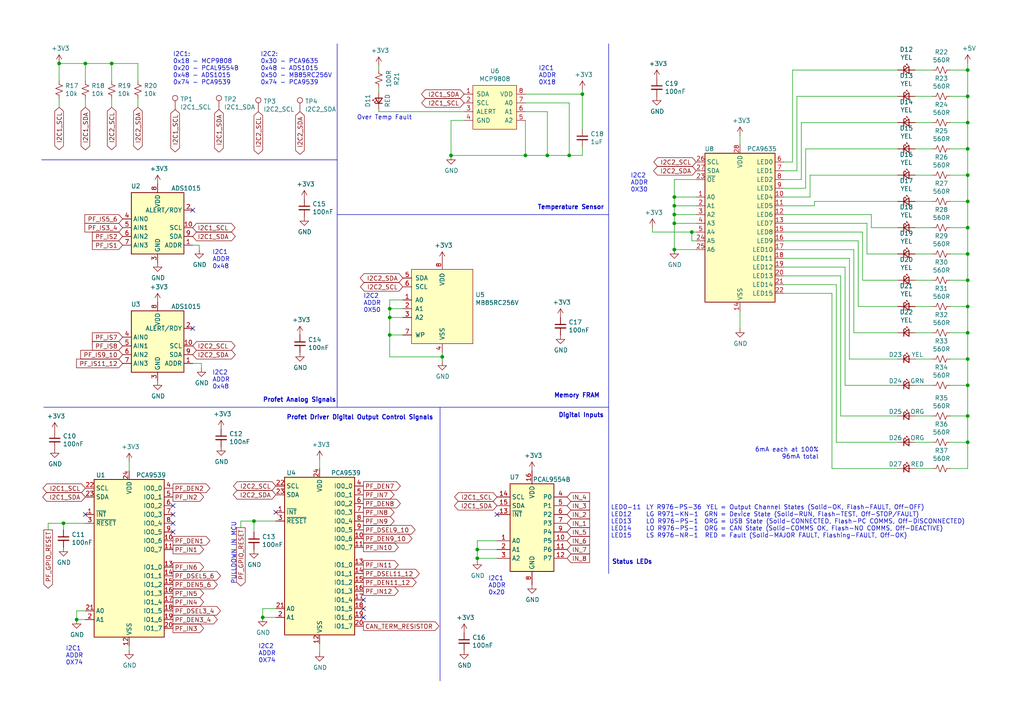
<source format=kicad_sch>
(kicad_sch (version 20230121) (generator eeschema)
  (paper "A4")
  (junction (at 195.58 59.69))
  (junction (at 280.67 128.27))
  (junction (at 200.66 67.31))
  (junction (at 280.67 88.9))
  (junction (at 17.145 18.415))
  (junction (at 195.58 64.77))
  (junction (at 130.81 45.085))
  (junction (at 76.2 179.07))
  (junction (at 280.67 81.28))
  (junction (at 152.4 45.085))
  (junction (at 73.66 151.13))
  (junction (at 168.91 27.305))
  (junction (at 18.415 151.765))
  (junction (at 280.67 96.52))
  (junction (at 280.67 104.14))
  (junction (at 138.43 159.385))
  (junction (at 280.67 27.94))
  (junction (at 113.03 89.535))
  (junction (at 128.27 103.505))
  (junction (at 280.67 50.8))
  (junction (at 113.03 97.155))
  (junction (at 113.03 92.075))
  (junction (at 195.58 72.39))
  (junction (at 165.1 45.085))
  (junction (at 22.225 179.705))
  (junction (at 280.67 43.18))
  (junction (at 280.67 20.32))
  (junction (at 280.67 73.66))
  (junction (at 280.67 35.56))
  (junction (at 24.765 18.415))
  (junction (at 280.67 66.04))
  (junction (at 280.67 111.76))
  (junction (at 280.67 58.42))
  (junction (at 138.43 161.925))
  (junction (at 32.385 18.415))
  (junction (at 280.67 120.65))
  (junction (at 158.75 45.085))
  (junction (at 195.58 62.23))
  (junction (at 195.58 57.15))
  (no_connect (at 55.88 60.96))
  (no_connect (at 55.88 95.25))
  (no_connect (at 105.41 173.99))
  (no_connect (at 24.765 149.225))
  (no_connect (at 50.165 149.225))
  (no_connect (at 80.01 148.59))
  (no_connect (at 50.165 154.305))
  (no_connect (at 105.41 176.53))
  (no_connect (at 50.165 151.765))
  (no_connect (at 50.165 146.685))
  (no_connect (at 105.41 179.07))
  (no_connect (at 144.145 149.225))
  (wire (pts (xy 201.93 67.31) (xy 200.66 67.31)))
  (wire (pts (xy 265.43 73.66) (xy 270.51 73.66)))
  (wire (pts (xy 280.67 18.415) (xy 280.67 20.32)))
  (wire (pts (xy 280.67 88.9) (xy 280.67 81.28)))
  (wire (pts (xy 248.92 69.85) (xy 227.33 69.85)))
  (wire (pts (xy 260.35 128.27) (xy 242.57 128.27)))
  (wire (pts (xy 13.97 151.765) (xy 18.415 151.765)))
  (wire (pts (xy 280.67 104.14) (xy 280.67 96.52)))
  (wire (pts (xy 260.35 81.28) (xy 250.19 81.28)))
  (wire (pts (xy 260.35 88.9) (xy 248.92 88.9)))
  (wire (pts (xy 113.03 103.505) (xy 128.27 103.505)))
  (wire (pts (xy 73.66 151.13) (xy 80.01 151.13)))
  (wire (pts (xy 109.855 19.05) (xy 109.855 20.32)))
  (wire (pts (xy 69.85 151.13) (xy 69.85 153.035)))
  (wire (pts (xy 152.4 29.845) (xy 165.1 29.845)))
  (wire (pts (xy 152.4 32.385) (xy 158.75 32.385)))
  (wire (pts (xy 260.35 27.94) (xy 231.14 27.94)))
  (wire (pts (xy 265.43 58.42) (xy 270.51 58.42)))
  (wire (pts (xy 260.35 58.42) (xy 236.22 58.42)))
  (wire (pts (xy 17.145 28.575) (xy 17.145 31.115)))
  (wire (pts (xy 233.68 43.18) (xy 233.68 54.61)))
  (wire (pts (xy 280.67 135.89) (xy 280.67 128.27)))
  (wire (pts (xy 275.59 73.66) (xy 280.67 73.66)))
  (wire (pts (xy 236.22 59.69) (xy 227.33 59.69)))
  (wire (pts (xy 232.41 52.07) (xy 227.33 52.07)))
  (wire (pts (xy 280.67 35.56) (xy 280.67 27.94)))
  (wire (pts (xy 17.145 23.495) (xy 17.145 18.415)))
  (wire (pts (xy 275.59 120.65) (xy 280.67 120.65)))
  (wire (pts (xy 233.68 54.61) (xy 227.33 54.61)))
  (wire (pts (xy 37.465 188.595) (xy 37.465 187.325)))
  (wire (pts (xy 158.75 45.085) (xy 165.1 45.085)))
  (wire (pts (xy 246.38 104.14) (xy 246.38 74.93)))
  (wire (pts (xy 113.03 92.075) (xy 113.03 97.155)))
  (polyline (pts (xy 127.635 197.485) (xy 127.635 118.11)))
  (wire (pts (xy 138.43 156.845) (xy 138.43 159.385)))
  (wire (pts (xy 168.91 27.305) (xy 168.91 26.035)))
  (polyline (pts (xy 97.79 62.23) (xy 176.53 62.23)))
  (wire (pts (xy 130.81 45.085) (xy 152.4 45.085)))
  (wire (pts (xy 138.43 159.385) (xy 138.43 161.925)))
  (wire (pts (xy 200.66 67.31) (xy 189.23 67.31)))
  (wire (pts (xy 280.67 27.94) (xy 280.67 20.32)))
  (wire (pts (xy 252.73 66.04) (xy 252.73 62.23)))
  (wire (pts (xy 275.59 88.9) (xy 280.67 88.9)))
  (wire (pts (xy 229.87 20.32) (xy 229.87 46.99)))
  (wire (pts (xy 201.93 57.15) (xy 195.58 57.15)))
  (wire (pts (xy 265.43 81.28) (xy 270.51 81.28)))
  (wire (pts (xy 260.35 35.56) (xy 232.41 35.56)))
  (wire (pts (xy 275.59 58.42) (xy 280.67 58.42)))
  (polyline (pts (xy 97.79 12.7) (xy 97.79 118.11)))
  (wire (pts (xy 243.84 120.65) (xy 243.84 80.01)))
  (wire (pts (xy 165.1 29.845) (xy 165.1 45.085)))
  (wire (pts (xy 280.67 50.8) (xy 280.67 43.18)))
  (wire (pts (xy 275.59 50.8) (xy 280.67 50.8)))
  (wire (pts (xy 40.005 28.575) (xy 40.005 31.115)))
  (wire (pts (xy 116.84 92.075) (xy 113.03 92.075)))
  (wire (pts (xy 195.58 52.07) (xy 195.58 57.15)))
  (wire (pts (xy 275.59 128.27) (xy 280.67 128.27)))
  (wire (pts (xy 22.225 177.165) (xy 22.225 179.705)))
  (wire (pts (xy 265.43 50.8) (xy 270.51 50.8)))
  (wire (pts (xy 128.27 102.235) (xy 128.27 103.505)))
  (wire (pts (xy 275.59 43.18) (xy 280.67 43.18)))
  (wire (pts (xy 248.92 88.9) (xy 248.92 69.85)))
  (wire (pts (xy 73.66 154.305) (xy 73.66 151.13)))
  (wire (pts (xy 195.58 59.69) (xy 195.58 62.23)))
  (wire (pts (xy 201.93 64.77) (xy 195.58 64.77)))
  (wire (pts (xy 40.005 18.415) (xy 40.005 23.495)))
  (wire (pts (xy 265.43 135.89) (xy 270.51 135.89)))
  (wire (pts (xy 113.03 97.155) (xy 113.03 103.505)))
  (wire (pts (xy 18.415 153.67) (xy 18.415 151.765)))
  (wire (pts (xy 24.765 18.415) (xy 24.765 23.495)))
  (wire (pts (xy 232.41 35.56) (xy 232.41 52.07)))
  (wire (pts (xy 201.93 59.69) (xy 195.58 59.69)))
  (wire (pts (xy 252.73 62.23) (xy 227.33 62.23)))
  (wire (pts (xy 236.22 58.42) (xy 236.22 59.69)))
  (wire (pts (xy 195.58 62.23) (xy 195.58 64.77)))
  (wire (pts (xy 265.43 27.94) (xy 270.51 27.94)))
  (wire (pts (xy 116.84 97.155) (xy 113.03 97.155)))
  (wire (pts (xy 24.765 18.415) (xy 32.385 18.415)))
  (wire (pts (xy 241.3 135.89) (xy 241.3 85.09)))
  (wire (pts (xy 242.57 82.55) (xy 227.33 82.55)))
  (wire (pts (xy 201.93 52.07) (xy 195.58 52.07)))
  (wire (pts (xy 260.35 20.32) (xy 229.87 20.32)))
  (wire (pts (xy 201.93 69.85) (xy 200.66 69.85)))
  (wire (pts (xy 165.1 45.085) (xy 168.91 45.085)))
  (wire (pts (xy 260.35 73.66) (xy 251.46 73.66)))
  (wire (pts (xy 116.84 86.995) (xy 113.03 86.995)))
  (wire (pts (xy 275.59 96.52) (xy 280.67 96.52)))
  (wire (pts (xy 231.14 27.94) (xy 231.14 49.53)))
  (wire (pts (xy 243.84 80.01) (xy 227.33 80.01)))
  (wire (pts (xy 245.11 77.47) (xy 245.11 111.76)))
  (wire (pts (xy 265.43 43.18) (xy 270.51 43.18)))
  (wire (pts (xy 37.465 133.985) (xy 37.465 136.525)))
  (wire (pts (xy 201.93 72.39) (xy 195.58 72.39)))
  (wire (pts (xy 260.35 135.89) (xy 241.3 135.89)))
  (wire (pts (xy 144.145 156.845) (xy 138.43 156.845)))
  (wire (pts (xy 245.11 77.47) (xy 227.33 77.47)))
  (wire (pts (xy 280.67 128.27) (xy 280.67 120.65)))
  (wire (pts (xy 229.87 46.99) (xy 227.33 46.99)))
  (wire (pts (xy 24.765 179.705) (xy 22.225 179.705)))
  (wire (pts (xy 13.97 153.67) (xy 13.97 151.765)))
  (wire (pts (xy 280.67 58.42) (xy 280.67 50.8)))
  (wire (pts (xy 144.145 161.925) (xy 138.43 161.925)))
  (wire (pts (xy 214.63 90.17) (xy 214.63 95.25)))
  (polyline (pts (xy 176.53 118.11) (xy 12.7 118.11)))
  (wire (pts (xy 152.4 27.305) (xy 168.91 27.305)))
  (wire (pts (xy 55.88 105.41) (xy 58.42 105.41)))
  (wire (pts (xy 247.65 96.52) (xy 247.65 72.39)))
  (wire (pts (xy 55.88 71.12) (xy 57.785 71.12)))
  (wire (pts (xy 251.46 73.66) (xy 251.46 64.77)))
  (wire (pts (xy 152.4 34.925) (xy 152.4 45.085)))
  (wire (pts (xy 231.14 49.53) (xy 227.33 49.53)))
  (wire (pts (xy 168.91 27.305) (xy 168.91 37.465)))
  (wire (pts (xy 109.855 25.4) (xy 109.855 26.67)))
  (wire (pts (xy 109.855 32.385) (xy 109.855 31.75)))
  (wire (pts (xy 234.95 57.15) (xy 227.33 57.15)))
  (wire (pts (xy 280.67 43.18) (xy 280.67 35.56)))
  (wire (pts (xy 275.59 35.56) (xy 280.67 35.56)))
  (wire (pts (xy 280.67 66.04) (xy 280.67 58.42)))
  (wire (pts (xy 265.43 104.14) (xy 270.51 104.14)))
  (wire (pts (xy 275.59 66.04) (xy 280.67 66.04)))
  (wire (pts (xy 214.63 39.37) (xy 214.63 41.91)))
  (wire (pts (xy 251.46 64.77) (xy 227.33 64.77)))
  (wire (pts (xy 265.43 35.56) (xy 270.51 35.56)))
  (wire (pts (xy 80.01 176.53) (xy 76.2 176.53)))
  (wire (pts (xy 265.43 128.27) (xy 270.51 128.27)))
  (wire (pts (xy 241.3 85.09) (xy 227.33 85.09)))
  (wire (pts (xy 250.19 81.28) (xy 250.19 67.31)))
  (wire (pts (xy 260.35 111.76) (xy 245.11 111.76)))
  (wire (pts (xy 265.43 96.52) (xy 270.51 96.52)))
  (wire (pts (xy 113.03 89.535) (xy 113.03 92.075)))
  (wire (pts (xy 92.71 133.35) (xy 92.71 135.89)))
  (wire (pts (xy 250.19 67.31) (xy 227.33 67.31)))
  (wire (pts (xy 189.23 67.31) (xy 189.23 66.04)))
  (wire (pts (xy 265.43 111.76) (xy 270.51 111.76)))
  (wire (pts (xy 76.2 176.53) (xy 76.2 179.07)))
  (wire (pts (xy 116.84 89.535) (xy 113.03 89.535)))
  (wire (pts (xy 195.58 57.15) (xy 195.58 59.69)))
  (polyline (pts (xy 12.065 46.355) (xy 97.79 46.355)))
  (wire (pts (xy 260.35 66.04) (xy 252.73 66.04)))
  (wire (pts (xy 134.62 34.925) (xy 130.81 34.925)))
  (wire (pts (xy 201.93 62.23) (xy 195.58 62.23)))
  (wire (pts (xy 234.95 50.8) (xy 234.95 57.15)))
  (wire (pts (xy 260.35 43.18) (xy 233.68 43.18)))
  (wire (pts (xy 280.67 96.52) (xy 280.67 88.9)))
  (wire (pts (xy 113.03 86.995) (xy 113.03 89.535)))
  (polyline (pts (xy 176.53 12.7) (xy 176.53 166.37)))
  (wire (pts (xy 242.57 128.27) (xy 242.57 82.55)))
  (wire (pts (xy 275.59 111.76) (xy 280.67 111.76)))
  (wire (pts (xy 260.35 50.8) (xy 234.95 50.8)))
  (wire (pts (xy 275.59 135.89) (xy 280.67 135.89)))
  (wire (pts (xy 275.59 81.28) (xy 280.67 81.28)))
  (wire (pts (xy 260.35 96.52) (xy 247.65 96.52)))
  (wire (pts (xy 265.43 120.65) (xy 270.51 120.65)))
  (wire (pts (xy 247.65 72.39) (xy 227.33 72.39)))
  (wire (pts (xy 168.91 45.085) (xy 168.91 42.545)))
  (wire (pts (xy 246.38 74.93) (xy 227.33 74.93)))
  (wire (pts (xy 32.385 18.415) (xy 40.005 18.415)))
  (wire (pts (xy 265.43 88.9) (xy 270.51 88.9)))
  (wire (pts (xy 260.35 104.14) (xy 246.38 104.14)))
  (wire (pts (xy 80.01 179.07) (xy 76.2 179.07)))
  (wire (pts (xy 130.81 34.925) (xy 130.81 45.085)))
  (wire (pts (xy 152.4 45.085) (xy 158.75 45.085)))
  (wire (pts (xy 24.765 28.575) (xy 24.765 31.115)))
  (wire (pts (xy 69.85 151.13) (xy 73.66 151.13)))
  (wire (pts (xy 17.145 18.415) (xy 24.765 18.415)))
  (wire (pts (xy 260.35 120.65) (xy 243.84 120.65)))
  (wire (pts (xy 32.385 23.495) (xy 32.385 18.415)))
  (wire (pts (xy 134.62 32.385) (xy 109.855 32.385)))
  (wire (pts (xy 18.415 151.765) (xy 24.765 151.765)))
  (wire (pts (xy 275.59 104.14) (xy 280.67 104.14)))
  (wire (pts (xy 128.27 103.505) (xy 128.27 104.775)))
  (wire (pts (xy 144.145 159.385) (xy 138.43 159.385)))
  (wire (pts (xy 265.43 66.04) (xy 270.51 66.04)))
  (wire (pts (xy 32.385 28.575) (xy 32.385 31.115)))
  (wire (pts (xy 158.75 32.385) (xy 158.75 45.085)))
  (wire (pts (xy 280.67 81.28) (xy 280.67 73.66)))
  (wire (pts (xy 280.67 111.76) (xy 280.67 104.14)))
  (wire (pts (xy 200.66 69.85) (xy 200.66 67.31)))
  (wire (pts (xy 57.785 71.12) (xy 57.785 72.39)))
  (wire (pts (xy 280.67 120.65) (xy 280.67 111.76)))
  (wire (pts (xy 24.765 177.165) (xy 22.225 177.165)))
  (wire (pts (xy 280.67 73.66) (xy 280.67 66.04)))
  (wire (pts (xy 265.43 20.32) (xy 270.51 20.32)))
  (wire (pts (xy 195.58 64.77) (xy 195.58 72.39)))
  (wire (pts (xy 92.71 189.23) (xy 92.71 186.69)))
  (wire (pts (xy 58.42 105.41) (xy 58.42 106.68)))
  (wire (pts (xy 275.59 27.94) (xy 280.67 27.94)))
  (wire (pts (xy 275.59 20.32) (xy 280.67 20.32)))
  (wire (pts (xy 138.43 161.925) (xy 138.43 162.56)))
  (text "YEL\nGRN\nORG\nORG\nRED" (at 208.28 156.21 0) (effects (font (size 1.27 1.27)) (justify right bottom)))
  (text "I2C1\nADDR\n0X18" (at 156.21 24.765 0) (effects (font (size 1.27 1.27)) (justify left bottom)))
  (text "I2C1\nADDR\n0X74" (at 19.05 193.04 0) (effects (font (size 1.27 1.27)) (justify left bottom)))
  (text "I2C2\nADDR\n0X74" (at 74.93 192.405 0) (effects (font (size 1.27 1.27)) (justify left bottom)))
  (text "I2C2\nADDR\n0X50" (at 105.41 90.805 0) (effects (font (size 1.27 1.27)) (justify left bottom)))
  (text "Profet Driver Digital Output Control Signals" (at 125.73 121.92 0) (effects (font (size 1.27 1.27) (thickness 0.254) bold) (justify right bottom)))
  (text "Over Temp Fault" (at 103.505 34.925 0) (effects (font (size 1.27 1.27)) (justify left bottom)))
  (text "I2C2\nADDR\n0x48" (at 61.595 113.03 0) (effects (font (size 1.27 1.27)) (justify left bottom)))
  (text "Profet Analog Signals" (at 76.2 116.84 0) (effects (font (size 1.27 1.27) (thickness 0.254) bold) (justify left bottom)))
  (text "I2C2:\n0x30 - PCA9635\n0x48 - ADS1015\n0x50 - MB85RC256V\n0x74 - PCA9539\n" (at 75.565 24.765 0) (effects (font (size 1.27 1.27)) (justify left bottom)))
  (text "Temperature Sensor" (at 175.26 60.96 0) (effects (font (size 1.27 1.27) (thickness 0.254) bold) (justify right bottom)))
  (text "LED0-11\nLED12\nLED13\nLED14\nLED15" (at 177.165 156.21 0) (effects (font (size 1.27 1.27)) (justify left bottom)))
  (text "6mA each at 100%\n96mA total" (at 237.49 133.35 0) (effects (font (size 1.27 1.27)) (justify right bottom)))
  (text "I2C1\nADDR\n0x20" (at 141.605 172.72 0) (effects (font (size 1.27 1.27)) (justify left bottom)))
  (text "LY R976-PS-36\nLG R971-KN-1\nLO R976-PS-1\nLO R976-PS-1\nLS R976-NR-1" (at 187.325 156.21 0) (effects (font (size 1.27 1.27)) (justify left bottom)))
  (text "I2C1\nADDR\n0x48" (at 61.595 78.105 0) (effects (font (size 1.27 1.27)) (justify left bottom)))
  (text "I2C2\nADDR\n0X30" (at 182.88 55.88 0) (effects (font (size 1.27 1.27)) (justify left bottom)))
  (text "Digital Inputs" (at 161.925 121.285 0) (effects (font (size 1.27 1.27) (thickness 0.254) bold) (justify left bottom)))
  (text "I2C1:\n0x18 - MCP9808\n0x20 - PCAL9554B\n0x48 - ADS1015\n0x74 - PCA9539\n" (at 50.165 24.765 0) (effects (font (size 1.27 1.27)) (justify left bottom)))
  (text "Status LEDs" (at 189.23 163.83 0) (effects (font (size 1.27 1.27) (thickness 0.254) bold) (justify right bottom)))
  (text "PULLDOWN IN MCU" (at 68.58 169.545 90) (effects (font (size 1.27 1.27)) (justify left bottom)))
  (text "= Output Channel States (Solid-OK, Flash-FAULT, Off-OFF)\n= Device State (Solid-RUN, Flash-TEST, Off-STOP/FAULT)\n= USB State (Solid-CONNECTED, Flash-PC COMMS, Off-DISCONNECTED)\n= CAN State (Solid-COMMS OK, Flash-NO COMMS, Off-DEACTIVE)\n= Fault (Solid-MAJOR FAULT, Flashing-FAULT, Off-OK)" (at 208.915 156.21 0) (effects (font (size 1.27 1.27)) (justify left bottom)))
  (text "Memory FRAM" (at 173.99 115.57 0) (effects (font (size 1.27 1.27) (thickness 0.254) bold) (justify right bottom)))
  (global_label "PF_IN7" (shape output) (at 105.41 143.51 0) (property "Intersheetrefs" "${INTERSHEET_REFS}" (effects hide)))
  (global_label "PF_IS8" (shape input) (at 35.56 100.33 180) (property "Intersheetrefs" "${INTERSHEET_REFS}" (effects hide)))
  (global_label "PF_DEN8" (shape output) (at 105.41 146.05 0) (property "Intersheetrefs" "${INTERSHEET_REFS}" (effects hide)))
  (global_label "PF_IN10" (shape output) (at 105.41 158.75 0) (property "Intersheetrefs" "${INTERSHEET_REFS}" (effects hide)))
  (global_label "I2C2_SCL" (shape bidirectional) (at 116.84 83.185 180) (property "Intersheetrefs" "${INTERSHEET_REFS}" (effects hide)))
  (global_label "I2C1_SCL" (shape bidirectional) (at 55.88 66.04 0) (property "Intersheetrefs" "${INTERSHEET_REFS}" (effects hide)))
  (global_label "I2C2_SDA" (shape bidirectional) (at 116.84 80.645 180) (property "Intersheetrefs" "${INTERSHEET_REFS}" (effects hide)))
  (global_label "CAN_TERM_RESISTOR" (shape output) (at 105.41 181.61 0) (property "Intersheetrefs" "${INTERSHEET_REFS}" (effects hide)))
  (global_label "PF_IN8" (shape output) (at 105.41 148.59 0) (property "Intersheetrefs" "${INTERSHEET_REFS}" (effects hide)))
  (global_label "PF_IS9_10" (shape input) (at 35.56 102.87 180) (property "Intersheetrefs" "${INTERSHEET_REFS}" (effects hide)))
  (global_label "I2C1_SCL" (shape bidirectional) (at 24.765 141.605 180) (property "Intersheetrefs" "${INTERSHEET_REFS}" (effects hide)))
  (global_label "PF_IN3" (shape output) (at 50.165 182.245 0) (property "Intersheetrefs" "${INTERSHEET_REFS}" (effects hide)))
  (global_label "PF_DEN5_6" (shape output) (at 50.165 169.545 0) (property "Intersheetrefs" "${INTERSHEET_REFS}" (effects hide)))
  (global_label "PF_IN5" (shape output) (at 50.165 172.085 0) (property "Intersheetrefs" "${INTERSHEET_REFS}" (effects hide)))
  (global_label "IN_5" (shape input) (at 164.465 154.305 0) (property "Intersheetrefs" "${INTERSHEET_REFS}" (effects hide)))
  (global_label "I2C1_SCL" (shape bidirectional) (at 17.145 31.115 270) (property "Intersheetrefs" "${INTERSHEET_REFS}" (effects hide)))
  (global_label "PF_IN1" (shape output) (at 50.165 159.385 0) (property "Intersheetrefs" "${INTERSHEET_REFS}" (effects hide)))
  (global_label "PF_DEN3_4" (shape output) (at 50.165 179.705 0) (property "Intersheetrefs" "${INTERSHEET_REFS}" (effects hide)))
  (global_label "IN_4" (shape input) (at 164.465 144.145 0) (property "Intersheetrefs" "${INTERSHEET_REFS}" (effects hide)))
  (global_label "IN_2" (shape input) (at 164.465 149.225 0) (property "Intersheetrefs" "${INTERSHEET_REFS}" (effects hide)))
  (global_label "PF_DSEL11_12" (shape output) (at 105.41 166.37 0) (property "Intersheetrefs" "${INTERSHEET_REFS}" (effects hide)))
  (global_label "I2C1_SDA" (shape bidirectional) (at 144.145 146.685 180) (property "Intersheetrefs" "${INTERSHEET_REFS}" (effects hide)))
  (global_label "PF_DEN1" (shape output) (at 50.165 156.845 0) (property "Intersheetrefs" "${INTERSHEET_REFS}" (effects hide)))
  (global_label "PF_DEN7" (shape output) (at 105.41 140.97 0) (property "Intersheetrefs" "${INTERSHEET_REFS}" (effects hide)))
  (global_label "I2C2_SCL" (shape bidirectional) (at 74.93 32.385 270) (property "Intersheetrefs" "${INTERSHEET_REFS}" (effects hide)))
  (global_label "I2C2_SCL" (shape bidirectional) (at 201.93 46.99 180) (property "Intersheetrefs" "${INTERSHEET_REFS}" (effects hide)))
  (global_label "PF_GPIO_RESET" (shape output) (at 69.85 153.035 270) (property "Intersheetrefs" "${INTERSHEET_REFS}" (effects hide)))
  (global_label "PF_IS1" (shape input) (at 35.56 71.12 180) (property "Intersheetrefs" "${INTERSHEET_REFS}" (effects hide)))
  (global_label "IN_6" (shape input) (at 164.465 156.845 0) (property "Intersheetrefs" "${INTERSHEET_REFS}" (effects hide)))
  (global_label "I2C2_SCL" (shape bidirectional) (at 32.385 31.115 270) (property "Intersheetrefs" "${INTERSHEET_REFS}" (effects hide)))
  (global_label "PF_IN4" (shape output) (at 50.165 174.625 0) (property "Intersheetrefs" "${INTERSHEET_REFS}" (effects hide)))
  (global_label "I2C2_SDA" (shape bidirectional) (at 55.88 102.87 0) (property "Intersheetrefs" "${INTERSHEET_REFS}" (effects hide)))
  (global_label "PF_IN6" (shape output) (at 50.165 164.465 0) (property "Intersheetrefs" "${INTERSHEET_REFS}" (effects hide)))
  (global_label "PF_IN9" (shape output) (at 105.41 151.13 0) (property "Intersheetrefs" "${INTERSHEET_REFS}" (effects hide)))
  (global_label "PF_DEN11_12" (shape output) (at 105.41 168.91 0) (property "Intersheetrefs" "${INTERSHEET_REFS}" (effects hide)))
  (global_label "IN_1" (shape input) (at 164.465 151.765 0) (property "Intersheetrefs" "${INTERSHEET_REFS}" (effects hide)))
  (global_label "PF_DSEL9_10" (shape output) (at 105.41 153.67 0) (property "Intersheetrefs" "${INTERSHEET_REFS}" (effects hide)))
  (global_label "I2C2_SCL" (shape bidirectional) (at 55.88 100.33 0) (property "Intersheetrefs" "${INTERSHEET_REFS}" (effects hide)))
  (global_label "PF_IS3_4" (shape input) (at 35.56 66.04 180) (property "Intersheetrefs" "${INTERSHEET_REFS}" (effects hide)))
  (global_label "PF_IS7" (shape input) (at 35.56 97.79 180) (property "Intersheetrefs" "${INTERSHEET_REFS}" (effects hide)))
  (global_label "I2C2_SDA" (shape bidirectional) (at 80.01 143.51 180) (property "Intersheetrefs" "${INTERSHEET_REFS}" (effects hide)))
  (global_label "I2C1_SDA" (shape bidirectional) (at 55.88 68.58 0) (property "Intersheetrefs" "${INTERSHEET_REFS}" (effects hide)))
  (global_label "I2C2_SDA" (shape bidirectional) (at 201.93 49.53 180) (property "Intersheetrefs" "${INTERSHEET_REFS}" (effects hide)))
  (global_label "PF_IS5_6" (shape input) (at 35.56 63.5 180) (property "Intersheetrefs" "${INTERSHEET_REFS}" (effects hide)))
  (global_label "I2C1_SDA" (shape bidirectional) (at 24.765 31.115 270) (property "Intersheetrefs" "${INTERSHEET_REFS}" (effects hide)))
  (global_label "PF_IS11_12" (shape input) (at 35.56 105.41 180) (property "Intersheetrefs" "${INTERSHEET_REFS}" (effects hide)))
  (global_label "I2C1_SDA" (shape bidirectional) (at 24.765 144.145 180) (property "Intersheetrefs" "${INTERSHEET_REFS}" (effects hide)))
  (global_label "IN_3" (shape input) (at 164.465 146.685 0) (property "Intersheetrefs" "${INTERSHEET_REFS}" (effects hide)))
  (global_label "IN_8" (shape input) (at 164.465 161.925 0) (property "Intersheetrefs" "${INTERSHEET_REFS}" (effects hide)))
  (global_label "I2C2_SDA" (shape bidirectional) (at 86.995 32.385 270) (property "Intersheetrefs" "${INTERSHEET_REFS}" (effects hide)))
  (global_label "I2C1_SCL" (shape bidirectional) (at 144.145 144.145 180) (property "Intersheetrefs" "${INTERSHEET_REFS}" (effects hide)))
  (global_label "PF_IN2" (shape output) (at 50.165 144.145 0) (property "Intersheetrefs" "${INTERSHEET_REFS}" (effects hide)))
  (global_label "I2C1_SCL" (shape bidirectional) (at 134.62 29.845 180) (property "Intersheetrefs" "${INTERSHEET_REFS}" (effects hide)))
  (global_label "I2C1_SDA" (shape bidirectional) (at 134.62 27.305 180) (property "Intersheetrefs" "${INTERSHEET_REFS}" (effects hide)))
  (global_label "I2C1_SDA" (shape bidirectional) (at 63.5 31.75 270) (property "Intersheetrefs" "${INTERSHEET_REFS}" (effects hide)))
  (global_label "PF_DEN2" (shape output) (at 50.165 141.605 0) (property "Intersheetrefs" "${INTERSHEET_REFS}" (effects hide)))
  (global_label "IN_7" (shape input) (at 164.465 159.385 0) (property "Intersheetrefs" "${INTERSHEET_REFS}" (effects hide)))
  (global_label "PF_GPIO_RESET" (shape output) (at 13.97 153.67 270) (property "Intersheetrefs" "${INTERSHEET_REFS}" (effects hide)))
  (global_label "PF_DSEL5_6" (shape output) (at 50.165 167.005 0) (property "Intersheetrefs" "${INTERSHEET_REFS}" (effects hide)))
  (global_label "I2C2_SCL" (shape bidirectional) (at 80.01 140.97 180) (property "Intersheetrefs" "${INTERSHEET_REFS}" (effects hide)))
  (global_label "PF_IN12" (shape output) (at 105.41 171.45 0) (property "Intersheetrefs" "${INTERSHEET_REFS}" (effects hide)))
  (global_label "PF_IS2" (shape input) (at 35.56 68.58 180) (property "Intersheetrefs" "${INTERSHEET_REFS}" (effects hide)))
  (global_label "I2C1_SCL" (shape bidirectional) (at 50.8 31.75 270) (property "Intersheetrefs" "${INTERSHEET_REFS}" (effects hide)))
  (global_label "PF_IN11" (shape output) (at 105.41 163.83 0) (property "Intersheetrefs" "${INTERSHEET_REFS}" (effects hide)))
  (global_label "PF_DEN9_10" (shape output) (at 105.41 156.21 0) (property "Intersheetrefs" "${INTERSHEET_REFS}" (effects hide)))
  (global_label "I2C2_SDA" (shape bidirectional) (at 40.005 31.115 270) (property "Intersheetrefs" "${INTERSHEET_REFS}" (effects hide)))
  (global_label "PF_DSEL3_4" (shape output) (at 50.165 177.165 0) (property "Intersheetrefs" "${INTERSHEET_REFS}" (effects hide)))
  (symbol (lib_id "power:+3V3") (at 37.465 133.985 0) (unit 1)
    (property "Reference" "#PWR046" (effects hide))
    (property "Value" "+3V3" (at 37.846 129.5908 0))
  )
  (symbol (lib_id "power:+3V3") (at 92.71 133.35 0) (unit 1)
    (property "Reference" "#PWR062" (effects hide))
    (property "Value" "+3V3" (at 93.091 128.9558 0))
  )
  (symbol (lib_id "power:GND") (at 37.465 188.595 0) (unit 1)
    (property "Reference" "#PWR047" (effects hide))
    (property "Value" "GND" (at 37.592 192.9892 0))
  )
  (symbol (lib_id "power:GND") (at 92.71 189.23 0) (unit 1)
    (property "Reference" "#PWR063" (effects hide))
    (property "Value" "GND" (at 92.837 193.6242 0))
  )
  (symbol (lib_id "power:GND") (at 22.225 179.705 0) (unit 1)
    (property "Reference" "#PWR045" (effects hide))
    (property "Value" "GND" (at 22.352 184.0992 0))
  )
  (symbol (lib_id "power:GND") (at 76.2 179.07 0) (unit 1)
    (property "Reference" "#PWR057" (effects hide))
    (property "Value" "GND" (at 76.327 183.4642 0))
  )
  (symbol (lib_id "power:+3V3") (at 214.63 39.37 0) (unit 1)
    (property "Reference" "#PWR080" (effects hide))
    (property "Value" "+3V3" (at 215.011 34.9758 0))
  )
  (symbol (lib_id "power:GND") (at 214.63 95.25 0) (unit 1)
    (property "Reference" "#PWR081" (effects hide))
    (property "Value" "GND" (at 214.757 99.6442 0))
  )
  (symbol (lib_id "power:GND") (at 195.58 72.39 0) (unit 1)
    (property "Reference" "#PWR079" (effects hide))
    (property "Value" "GND" (at 195.707 76.7842 0))
  )
  (symbol (lib_id "power:+3V3") (at 189.23 66.04 0) (unit 1)
    (property "Reference" "#PWR076" (effects hide))
    (property "Value" "+3V3" (at 189.611 61.6458 0))
  )
  (symbol (lib_id "Device:R_Small_US") (at 17.145 26.035 0) (unit 1)
    (property "Reference" "R17" (at 18.8722 24.8666 0) (effects (justify left)))
    (property "Value" "10k" (at 18.8722 27.178 0) (effects (justify left)))
    (property "Footprint" "Resistor_SMD:R_0805_2012Metric" (effects hide))
    (property "Digi-Key_PN" "311-10.0KCRDKR-ND" (effects hide))
  )
  (symbol (lib_id "Device:R_Small_US") (at 24.765 26.035 0) (unit 1)
    (property "Reference" "R18" (at 26.4922 24.8666 0) (effects (justify left)))
    (property "Value" "10k" (at 26.4922 27.178 0) (effects (justify left)))
    (property "Footprint" "Resistor_SMD:R_0805_2012Metric" (effects hide))
    (property "Digi-Key_PN" "311-10.0KCRDKR-ND" (effects hide))
  )
  (symbol (lib_id "power:+3V3") (at 17.145 18.415 0) (unit 1)
    (property "Reference" "#PWR043" (effects hide))
    (property "Value" "+3V3" (at 17.526 14.0208 0))
  )
  (symbol (lib_id "Memory_FRAM:MB85RC256V") (at 128.27 89.535 0) (unit 1)
    (property "Reference" "U5" (at 137.8712 85.4964 0) (effects (justify left)))
    (property "Value" "MB85RC256V" (at 137.8712 87.8078 0) (effects (justify left)))
    (property "Footprint" "Package_SO:SOIC-8_3.9x4.9mm_P1.27mm" (effects hide))
    (property "Digi-Key_PN" "865-1261-1-ND" (effects hide))
  )
  (symbol (lib_id "power:+3V3") (at 128.27 75.565 0) (unit 1)
    (property "Reference" "#PWR065" (effects hide))
    (property "Value" "+3V3" (at 128.651 71.1708 0))
  )
  (symbol (lib_id "power:GND") (at 128.27 104.775 0) (unit 1)
    (property "Reference" "#PWR066" (effects hide))
    (property "Value" "GND" (at 128.397 109.1692 0))
  )
  (symbol (lib_id "Device:LED_Small") (at 262.89 20.32 0) (unit 1)
    (property "Reference" "D12" (at 262.89 14.351 0))
    (property "Value" "YEL" (at 262.89 16.6624 0))
    (property "Footprint" "LED_SMD:LED_0805_2012Metric" (effects hide))
    (property "Digi-Key_PN" "475-2560-1-ND" (effects hide))
  )
  (symbol (lib_id "Device:LED_Small") (at 262.89 27.94 0) (unit 1)
    (property "Reference" "D13" (at 262.89 21.971 0))
    (property "Value" "YEL" (at 262.89 24.2824 0))
    (property "Footprint" "LED_SMD:LED_0805_2012Metric" (effects hide))
    (property "Digi-Key_PN" "475-2560-1-ND" (effects hide))
  )
  (symbol (lib_id "Device:LED_Small") (at 262.89 35.56 0) (unit 1)
    (property "Reference" "D14" (at 262.89 29.591 0))
    (property "Value" "YEL" (at 262.89 31.9024 0))
    (property "Footprint" "LED_SMD:LED_0805_2012Metric" (effects hide))
    (property "Digi-Key_PN" "475-2560-1-ND" (effects hide))
  )
  (symbol (lib_id "Device:LED_Small") (at 262.89 43.18 0) (unit 1)
    (property "Reference" "D15" (at 262.89 37.211 0))
    (property "Value" "YEL" (at 262.89 39.5224 0))
    (property "Footprint" "LED_SMD:LED_0805_2012Metric" (effects hide))
    (property "Digi-Key_PN" "475-2560-1-ND" (effects hide))
  )
  (symbol (lib_id "Device:LED_Small") (at 262.89 50.8 0) (unit 1)
    (property "Reference" "D16" (at 262.89 44.831 0))
    (property "Value" "YEL" (at 262.89 47.1424 0))
    (property "Footprint" "LED_SMD:LED_0805_2012Metric" (effects hide))
    (property "Digi-Key_PN" "475-2560-1-ND" (effects hide))
  )
  (symbol (lib_id "Device:LED_Small") (at 262.89 58.42 0) (unit 1)
    (property "Reference" "D17" (at 262.89 52.451 0))
    (property "Value" "YEL" (at 262.89 54.7624 0))
    (property "Footprint" "LED_SMD:LED_0805_2012Metric" (effects hide))
    (property "Digi-Key_PN" "475-2560-1-ND" (effects hide))
  )
  (symbol (lib_id "Device:LED_Small") (at 262.89 66.04 0) (unit 1)
    (property "Reference" "D18" (at 262.89 60.071 0))
    (property "Value" "YEL" (at 262.89 62.3824 0))
    (property "Footprint" "LED_SMD:LED_0805_2012Metric" (effects hide))
    (property "Digi-Key_PN" "475-2560-1-ND" (effects hide))
  )
  (symbol (lib_id "Device:LED_Small") (at 262.89 73.66 0) (unit 1)
    (property "Reference" "D19" (at 262.89 67.691 0))
    (property "Value" "YEL" (at 262.89 70.0024 0))
    (property "Footprint" "LED_SMD:LED_0805_2012Metric" (effects hide))
    (property "Digi-Key_PN" "475-2560-1-ND" (effects hide))
  )
  (symbol (lib_id "Device:LED_Small") (at 262.89 81.28 0) (unit 1)
    (property "Reference" "D20" (at 262.89 75.311 0))
    (property "Value" "YEL" (at 262.89 77.6224 0))
    (property "Footprint" "LED_SMD:LED_0805_2012Metric" (effects hide))
    (property "Digi-Key_PN" "475-2560-1-ND" (effects hide))
  )
  (symbol (lib_id "Device:LED_Small") (at 262.89 88.9 0) (unit 1)
    (property "Reference" "D21" (at 262.89 82.931 0))
    (property "Value" "YEL" (at 262.89 85.2424 0))
    (property "Footprint" "LED_SMD:LED_0805_2012Metric" (effects hide))
    (property "Digi-Key_PN" "475-2560-1-ND" (effects hide))
  )
  (symbol (lib_id "Device:LED_Small") (at 262.89 96.52 0) (unit 1)
    (property "Reference" "D22" (at 262.89 90.551 0))
    (property "Value" "YEL" (at 262.89 92.8624 0))
    (property "Footprint" "LED_SMD:LED_0805_2012Metric" (effects hide))
    (property "Digi-Key_PN" "475-2560-1-ND" (effects hide))
  )
  (symbol (lib_id "Device:LED_Small") (at 262.89 104.14 0) (unit 1)
    (property "Reference" "D23" (at 259.715 102.87 0))
    (property "Value" "YEL" (at 266.065 102.87 0))
    (property "Footprint" "LED_SMD:LED_0805_2012Metric" (effects hide))
    (property "Digi-Key_PN" "475-2560-1-ND" (effects hide))
  )
  (symbol (lib_id "Device:LED_Small") (at 262.89 111.76 0) (unit 1)
    (property "Reference" "D24" (at 259.715 110.49 0))
    (property "Value" "GRN" (at 266.065 110.49 0))
    (property "Footprint" "LED_SMD:LED_0805_2012Metric" (effects hide))
    (property "Digi-Key_PN" "475-1410-1-ND" (effects hide))
  )
  (symbol (lib_id "Device:LED_Small") (at 262.89 120.65 0) (unit 1)
    (property "Reference" "D25" (at 259.715 119.38 0))
    (property "Value" "ORG" (at 266.065 119.38 0))
    (property "Footprint" "LED_SMD:LED_0805_2012Metric" (effects hide))
    (property "Digi-Key_PN" "475-2488-1-ND" (effects hide))
  )
  (symbol (lib_id "Device:LED_Small") (at 262.89 128.27 0) (unit 1)
    (property "Reference" "D26" (at 259.715 127 0))
    (property "Value" "ORG" (at 266.065 127 0))
    (property "Footprint" "LED_SMD:LED_0805_2012Metric" (effects hide))
    (property "Digi-Key_PN" "475-2488-1-ND" (effects hide))
  )
  (symbol (lib_id "Device:LED_Small") (at 262.89 135.89 0) (unit 1)
    (property "Reference" "D27" (at 259.715 134.62 0))
    (property "Value" "RED" (at 266.065 134.62 0))
    (property "Footprint" "LED_SMD:LED_0805_2012Metric" (effects hide))
    (property "Digi-Key_PN" "475-1278-1-ND" (effects hide))
  )
  (symbol (lib_id "Device:R_Small_US") (at 273.05 20.32 270) (unit 1)
    (property "Reference" "R22" (at 273.05 15.113 90))
    (property "Value" "560R" (at 273.05 17.4244 90))
    (property "Footprint" "Resistor_SMD:R_0805_2012Metric" (effects hide))
    (property "Digi-Key_PN" "311-560ARCT-ND" (effects hide))
  )
  (symbol (lib_id "Device:R_Small_US") (at 273.05 27.94 270) (unit 1)
    (property "Reference" "R23" (at 273.05 22.733 90))
    (property "Value" "560R" (at 273.05 25.0444 90))
    (property "Footprint" "Resistor_SMD:R_0805_2012Metric" (effects hide))
    (property "Digi-Key_PN" "311-560ARCT-ND" (effects hide))
  )
  (symbol (lib_id "Device:R_Small_US") (at 273.05 35.56 270) (unit 1)
    (property "Reference" "R24" (at 273.05 30.353 90))
    (property "Value" "560R" (at 273.05 32.6644 90))
    (property "Footprint" "Resistor_SMD:R_0805_2012Metric" (effects hide))
    (property "Digi-Key_PN" "311-560ARCT-ND" (effects hide))
  )
  (symbol (lib_id "Device:R_Small_US") (at 273.05 43.18 270) (unit 1)
    (property "Reference" "R25" (at 273.05 37.973 90))
    (property "Value" "560R" (at 273.05 40.2844 90))
    (property "Footprint" "Resistor_SMD:R_0805_2012Metric" (effects hide))
    (property "Digi-Key_PN" "311-560ARCT-ND" (effects hide))
  )
  (symbol (lib_id "Device:R_Small_US") (at 273.05 50.8 270) (unit 1)
    (property "Reference" "R26" (at 273.05 45.593 90))
    (property "Value" "560R" (at 273.05 47.9044 90))
    (property "Footprint" "Resistor_SMD:R_0805_2012Metric" (effects hide))
    (property "Digi-Key_PN" "311-560ARCT-ND" (effects hide))
  )
  (symbol (lib_id "Device:R_Small_US") (at 273.05 58.42 270) (unit 1)
    (property "Reference" "R27" (at 273.05 53.213 90))
    (property "Value" "560R" (at 273.05 55.5244 90))
    (property "Footprint" "Resistor_SMD:R_0805_2012Metric" (effects hide))
    (property "Digi-Key_PN" "311-560ARCT-ND" (effects hide))
  )
  (symbol (lib_id "Device:R_Small_US") (at 273.05 66.04 270) (unit 1)
    (property "Reference" "R28" (at 273.05 60.833 90))
    (property "Value" "560R" (at 273.05 63.1444 90))
    (property "Footprint" "Resistor_SMD:R_0805_2012Metric" (effects hide))
    (property "Digi-Key_PN" "311-560ARCT-ND" (effects hide))
  )
  (symbol (lib_id "Device:R_Small_US") (at 273.05 73.66 270) (unit 1)
    (property "Reference" "R29" (at 273.05 68.453 90))
    (property "Value" "560R" (at 273.05 70.7644 90))
    (property "Footprint" "Resistor_SMD:R_0805_2012Metric" (effects hide))
    (property "Digi-Key_PN" "311-560ARCT-ND" (effects hide))
  )
  (symbol (lib_id "Device:R_Small_US") (at 273.05 81.28 270) (unit 1)
    (property "Reference" "R30" (at 273.05 76.073 90))
    (property "Value" "560R" (at 273.05 78.3844 90))
    (property "Footprint" "Resistor_SMD:R_0805_2012Metric" (effects hide))
    (property "Digi-Key_PN" "311-560ARCT-ND" (effects hide))
  )
  (symbol (lib_id "Device:R_Small_US") (at 273.05 88.9 270) (unit 1)
    (property "Reference" "R31" (at 273.05 83.693 90))
    (property "Value" "560R" (at 273.05 86.0044 90))
    (property "Footprint" "Resistor_SMD:R_0805_2012Metric" (effects hide))
    (property "Digi-Key_PN" "311-560ARCT-ND" (effects hide))
  )
  (symbol (lib_id "Device:R_Small_US") (at 273.05 96.52 270) (unit 1)
    (property "Reference" "R32" (at 273.05 91.313 90))
    (property "Value" "560R" (at 273.05 93.6244 90))
    (property "Footprint" "Resistor_SMD:R_0805_2012Metric" (effects hide))
    (property "Digi-Key_PN" "311-560ARCT-ND" (effects hide))
  )
  (symbol (lib_id "Device:R_Small_US") (at 273.05 104.14 270) (unit 1)
    (property "Reference" "R33" (at 273.05 98.933 90))
    (property "Value" "560R" (at 273.05 101.2444 90))
    (property "Footprint" "Resistor_SMD:R_0805_2012Metric" (effects hide))
    (property "Digi-Key_PN" "311-560ARCT-ND" (effects hide))
  )
  (symbol (lib_id "Device:R_Small_US") (at 273.05 111.76 270) (unit 1)
    (property "Reference" "R34" (at 273.05 106.553 90))
    (property "Value" "560R" (at 273.05 108.8644 90))
    (property "Footprint" "Resistor_SMD:R_0805_2012Metric" (effects hide))
    (property "Digi-Key_PN" "311-560ARCT-ND" (effects hide))
  )
  (symbol (lib_id "Device:R_Small_US") (at 273.05 120.65 270) (unit 1)
    (property "Reference" "R35" (at 273.05 115.443 90))
    (property "Value" "560R" (at 273.05 117.7544 90))
    (property "Footprint" "Resistor_SMD:R_0805_2012Metric" (effects hide))
    (property "Digi-Key_PN" "311-560ARCT-ND" (effects hide))
  )
  (symbol (lib_id "Device:R_Small_US") (at 273.05 128.27 270) (unit 1)
    (property "Reference" "R36" (at 273.05 123.063 90))
    (property "Value" "560R" (at 273.05 125.3744 90))
    (property "Footprint" "Resistor_SMD:R_0805_2012Metric" (effects hide))
    (property "Digi-Key_PN" "311-560ARCT-ND" (effects hide))
  )
  (symbol (lib_id "Device:R_Small_US") (at 273.05 135.89 270) (unit 1)
    (property "Reference" "R37" (at 273.05 130.683 90))
    (property "Value" "560R" (at 273.05 132.9944 90))
    (property "Footprint" "Resistor_SMD:R_0805_2012Metric" (effects hide))
    (property "Digi-Key_PN" "311-560ARCT-ND" (effects hide))
  )
  (symbol (lib_id "Device:R_Small_US") (at 32.385 26.035 0) (unit 1)
    (property "Reference" "R19" (at 34.1122 24.8666 0) (effects (justify left)))
    (property "Value" "10k" (at 34.1122 27.178 0) (effects (justify left)))
    (property "Footprint" "Resistor_SMD:R_0805_2012Metric" (effects hide))
    (property "Digi-Key_PN" "311-10.0KCRDKR-ND" (effects hide))
  )
  (symbol (lib_id "Device:R_Small_US") (at 40.005 26.035 0) (unit 1)
    (property "Reference" "R20" (at 41.7322 24.8666 0) (effects (justify left)))
    (property "Value" "10k" (at 41.7322 27.178 0) (effects (justify left)))
    (property "Footprint" "Resistor_SMD:R_0805_2012Metric" (effects hide))
    (property "Digi-Key_PN" "311-10.0KCRDKR-ND" (effects hide))
  )
  (symbol (lib_id "Temp_Sensors:MCP9808") (at 143.51 31.115 0) (unit 1)
    (property "Reference" "U6" (at 143.51 20.574 0))
    (property "Value" "MCP9808" (at 143.51 22.8854 0))
    (property "Footprint" "Package_SO:MSOP-8_3x3mm_P0.65mm" (effects hide))
    (property "Digi-Key_PN" "MCP9808T-E/MSCT-ND" (effects hide))
  )
  (symbol (lib_id "power:GND") (at 130.81 45.085 0) (unit 1)
    (property "Reference" "#PWR067" (effects hide))
    (property "Value" "GND" (at 130.937 49.4792 0))
  )
  (symbol (lib_id "power:+3V3") (at 168.91 26.035 0) (unit 1)
    (property "Reference" "#PWR075" (effects hide))
    (property "Value" "+3V3" (at 169.291 21.6408 0))
  )
  (symbol (lib_id "Driver_LED:PCA9635") (at 214.63 67.31 0) (unit 1)
    (property "Reference" "U8" (at 205.74 43.18 0))
    (property "Value" "PCA9635" (at 220.98 43.18 0))
    (property "Footprint" "Package_SO:TSSOP-28_4.4x9.7mm_P0.65mm" (effects hide))
    (property "Digi-Key_PN" "568-4067-1-ND" (effects hide))
  )
  (symbol (lib_id "Device:C_Small") (at 168.91 40.005 0) (unit 1)
    (property "Reference" "C18" (at 171.2468 38.8366 0) (effects (justify left)))
    (property "Value" "1uF" (at 171.2468 41.148 0) (effects (justify left)))
    (property "Footprint" "Capacitor_SMD:C_0805_2012Metric" (effects hide))
    (property "Digi-Key_PN" "311-1365-1-ND" (effects hide))
  )
  (symbol (lib_id "Device:C_Small") (at 162.56 94.615 0) (unit 1)
    (property "Reference" "C17" (at 164.8968 93.4466 0) (effects (justify left)))
    (property "Value" "100nF" (at 164.8968 95.758 0) (effects (justify left)))
    (property "Footprint" "Capacitor_SMD:C_0805_2012Metric" (effects hide))
    (property "Digi-Key_PN" "478-1395-1-ND" (effects hide))
  )
  (symbol (lib_id "power:+3V3") (at 162.56 92.075 0) (unit 1)
    (property "Reference" "#PWR073" (effects hide))
    (property "Value" "+3V3" (at 162.941 87.6808 0))
  )
  (symbol (lib_id "power:GND") (at 162.56 97.155 0) (unit 1)
    (property "Reference" "#PWR074" (effects hide))
    (property "Value" "GND" (at 162.687 101.5492 0))
  )
  (symbol (lib_id "Device:C_Small") (at 15.875 127.635 0) (unit 1)
    (property "Reference" "C10" (at 18.2118 126.4666 0) (effects (justify left)))
    (property "Value" "100nF" (at 18.2118 128.778 0) (effects (justify left)))
    (property "Footprint" "Capacitor_SMD:C_0805_2012Metric" (effects hide))
    (property "Digi-Key_PN" "478-1395-1-ND" (effects hide))
  )
  (symbol (lib_id "power:+3V3") (at 15.875 125.095 0) (unit 1)
    (property "Reference" "#PWR041" (effects hide))
    (property "Value" "+3V3" (at 16.256 120.7008 0))
  )
  (symbol (lib_id "power:GND") (at 15.875 130.175 0) (unit 1)
    (property "Reference" "#PWR042" (effects hide))
    (property "Value" "GND" (at 16.002 134.5692 0))
  )
  (symbol (lib_id "Device:C_Small") (at 64.135 127 0) (unit 1)
    (property "Reference" "C12" (at 66.4718 125.8316 0) (effects (justify left)))
    (property "Value" "100nF" (at 66.4718 128.143 0) (effects (justify left)))
    (property "Footprint" "Capacitor_SMD:C_0805_2012Metric" (effects hide))
    (property "Digi-Key_PN" "478-1395-1-ND" (effects hide))
  )
  (symbol (lib_id "power:+3V3") (at 64.135 124.46 0) (unit 1)
    (property "Reference" "#PWR054" (effects hide))
    (property "Value" "+3V3" (at 64.516 120.0658 0))
  )
  (symbol (lib_id "power:GND") (at 64.135 129.54 0) (unit 1)
    (property "Reference" "#PWR055" (effects hide))
    (property "Value" "GND" (at 64.262 133.9342 0))
  )
  (symbol (lib_id "Device:C_Small") (at 190.5 25.4 0) (unit 1)
    (property "Reference" "C19" (at 192.8368 24.2316 0) (effects (justify left)))
    (property "Value" "100nF" (at 192.8368 26.543 0) (effects (justify left)))
    (property "Footprint" "Capacitor_SMD:C_0805_2012Metric" (effects hide))
    (property "Digi-Key_PN" "478-1395-1-ND" (effects hide))
  )
  (symbol (lib_id "power:+3V3") (at 190.5 22.86 0) (unit 1)
    (property "Reference" "#PWR077" (effects hide))
    (property "Value" "+3V3" (at 190.881 18.4658 0))
  )
  (symbol (lib_id "power:GND") (at 190.5 27.94 0) (unit 1)
    (property "Reference" "#PWR078" (effects hide))
    (property "Value" "GND" (at 190.627 32.3342 0))
  )
  (symbol (lib_id "power:+5V") (at 280.67 18.415 0) (unit 1)
    (property "Reference" "#PWR082" (effects hide))
    (property "Value" "+5V" (at 281.051 14.0208 0))
  )
  (symbol (lib_id "Connector:TestPoint") (at 50.8 31.75 0) (unit 1)
    (property "Reference" "TP1" (at 52.2732 28.7528 0) (effects (justify left)))
    (property "Value" "I2C1_SCL" (at 52.2732 31.0642 0) (effects (justify left)))
    (property "Footprint" "TestPoint:TestPoint_Keystone_5000-5004_Miniature" (effects hide))
  )
  (symbol (lib_id "Connector:TestPoint") (at 63.5 31.75 0) (unit 1)
    (property "Reference" "TP2" (at 64.9732 28.7528 0) (effects (justify left)))
    (property "Value" "I2C1_SDA" (at 64.9732 31.0642 0) (effects (justify left)))
    (property "Footprint" "TestPoint:TestPoint_Keystone_5000-5004_Miniature" (effects hide))
  )
  (symbol (lib_id "Connector:TestPoint") (at 74.93 32.385 0) (unit 1)
    (property "Reference" "TP3" (at 76.4032 29.3878 0) (effects (justify left)))
    (property "Value" "I2C2_SCL" (at 76.4032 31.6992 0) (effects (justify left)))
    (property "Footprint" "TestPoint:TestPoint_Keystone_5000-5004_Miniature" (effects hide))
  )
  (symbol (lib_id "Connector:TestPoint") (at 86.995 32.385 0) (unit 1)
    (property "Reference" "TP4" (at 88.4682 29.3878 0) (effects (justify left)))
    (property "Value" "I2C2_SDA" (at 88.4682 31.6992 0) (effects (justify left)))
    (property "Footprint" "TestPoint:TestPoint_Keystone_5000-5004_Miniature" (effects hide))
  )
  (symbol (lib_id "Device:LED_Small") (at 109.855 29.21 90) (unit 1)
    (property "Reference" "D11" (at 106.68 29.21 0))
    (property "Value" "RED" (at 112.395 29.21 0))
    (property "Footprint" "LED_SMD:LED_0805_2012Metric" (effects hide))
    (property "Digi-Key_PN" "475-1278-1-ND" (effects hide))
  )
  (symbol (lib_id "power:+3V3") (at 109.855 19.05 0) (unit 1)
    (property "Reference" "#PWR064" (effects hide))
    (property "Value" "+3V3" (at 110.236 14.6558 0))
  )
  (symbol (lib_id "Device:R_Small_US") (at 109.855 22.86 180) (unit 1)
    (property "Reference" "R21" (at 115.062 22.86 90))
    (property "Value" "100R" (at 112.7506 22.86 90))
    (property "Footprint" "Resistor_SMD:R_0805_2012Metric" (effects hide))
    (property "Digi-Key_PN" "311-100CRCT-ND" (effects hide))
  )
  (symbol (lib_id "GPIO_Expansion:PCA9539") (at 37.465 161.925 0) (unit 1)
    (property "Reference" "U1" (at 29.21 137.795 0))
    (property "Value" "PCA9539" (at 43.815 137.795 0))
    (property "Footprint" "Package_SO:TSSOP-24_4.4x7.8mm_P0.65mm" (effects hide))
    (property "Digi-Key_PN" "568-1843-1-ND" (effects hide))
  )
  (symbol (lib_id "GPIO_Expansion:PCA9539") (at 92.71 161.29 0) (unit 1)
    (property "Reference" "U4" (at 84.455 137.16 0))
    (property "Value" "PCA9539" (at 100.33 137.16 0))
    (property "Footprint" "Package_SO:TSSOP-24_4.4x7.8mm_P0.65mm" (effects hide))
    (property "Digi-Key_PN" "568-1843-1-ND" (effects hide))
  )
  (symbol (lib_id "power:+3V3") (at 45.72 53.34 0) (unit 1)
    (property "Reference" "#PWR048" (effects hide))
    (property "Value" "+3V3" (at 46.101 48.9458 0))
  )
  (symbol (lib_id "power:+3V3") (at 45.72 87.63 0) (unit 1)
    (property "Reference" "#PWR050" (effects hide))
    (property "Value" "+3V3" (at 46.101 83.2358 0))
  )
  (symbol (lib_id "power:GND") (at 45.72 110.49 0) (unit 1)
    (property "Reference" "#PWR051" (effects hide))
    (property "Value" "GND" (at 45.847 114.8842 0))
  )
  (symbol (lib_id "Device:C_Small") (at 88.265 60.325 0) (unit 1)
    (property "Reference" "C15" (at 90.6018 59.1566 0) (effects (justify left)))
    (property "Value" "100nF" (at 90.6018 61.468 0) (effects (justify left)))
    (property "Footprint" "Capacitor_SMD:C_0805_2012Metric" (effects hide))
    (property "Digi-Key_PN" "478-1395-1-ND" (effects hide))
  )
  (symbol (lib_id "power:+3V3") (at 88.265 57.785 0) (unit 1)
    (property "Reference" "#PWR060" (effects hide))
    (property "Value" "+3V3" (at 88.646 53.3908 0))
  )
  (symbol (lib_id "power:GND") (at 88.265 62.865 0) (unit 1)
    (property "Reference" "#PWR061" (effects hide))
    (property "Value" "GND" (at 88.392 67.2592 0))
  )
  (symbol (lib_id "Device:C_Small") (at 86.995 99.695 0) (unit 1)
    (property "Reference" "C14" (at 89.3318 98.5266 0) (effects (justify left)))
    (property "Value" "100nF" (at 89.3318 100.838 0) (effects (justify left)))
    (property "Footprint" "Capacitor_SMD:C_0805_2012Metric" (effects hide))
    (property "Digi-Key_PN" "478-1395-1-ND" (effects hide))
  )
  (symbol (lib_id "power:+3V3") (at 86.995 97.155 0) (unit 1)
    (property "Reference" "#PWR058" (effects hide))
    (property "Value" "+3V3" (at 87.376 92.7608 0))
  )
  (symbol (lib_id "power:GND") (at 86.995 102.235 0) (unit 1)
    (property "Reference" "#PWR059" (effects hide))
    (property "Value" "GND" (at 87.122 106.6292 0))
  )
  (symbol (lib_id "Analog_ADC:ADS1015IDGS") (at 45.72 66.04 0) (unit 1)
    (property "Reference" "U2" (at 39.37 53.975 0))
    (property "Value" "ADS1015" (at 53.975 54.61 0))
    (property "Footprint" "Package_SO:VSSOP-10_3x3mm_P0.5mm" (effects hide))
    (property "Digi-Key_PN" "296-41185-1-ND" (effects hide))
  )
  (symbol (lib_id "Analog_ADC:ADS1015IDGS") (at 45.72 100.33 0) (unit 1)
    (property "Reference" "U3" (at 39.37 88.265 0))
    (property "Value" "ADS1015" (at 53.975 88.9 0))
    (property "Footprint" "Package_SO:VSSOP-10_3x3mm_P0.5mm" (effects hide))
    (property "Digi-Key_PN" "296-41185-1-ND" (effects hide))
  )
  (symbol (lib_id "power:GND") (at 45.72 76.2 0) (unit 1)
    (property "Reference" "#PWR049" (effects hide))
    (property "Value" "GND" (at 45.847 80.5942 0))
  )
  (symbol (lib_id "power:GND") (at 58.42 106.68 0) (unit 1)
    (property "Reference" "#PWR053" (effects hide))
    (property "Value" "GND" (at 58.547 111.0742 0))
  )
  (symbol (lib_id "power:GND") (at 57.785 72.39 0) (unit 1)
    (property "Reference" "#PWR052" (effects hide))
    (property "Value" "GND" (at 57.912 76.7842 0))
  )
  (symbol (lib_id "GPIO_Expansion:PCAL9554") (at 154.305 151.765 0) (unit 1)
    (property "Reference" "U7" (at 149.225 138.43 0))
    (property "Value" "PCAL9554B" (at 160.02 139.065 0))
    (property "Footprint" "Package_SO:TSSOP-16_4.4x5mm_P0.65mm" (effects hide))
    (property "Digi-Key_PN" "568-9926-1-ND" (effects hide))
  )
  (symbol (lib_id "Device:C_Small") (at 134.62 186.055 0) (unit 1)
    (property "Reference" "C16" (at 136.9568 184.8866 0) (effects (justify left)))
    (property "Value" "100nF" (at 136.9568 187.198 0) (effects (justify left)))
    (property "Footprint" "Capacitor_SMD:C_0805_2012Metric" (effects hide))
    (property "Digi-Key_PN" "478-1395-1-ND" (effects hide))
  )
  (symbol (lib_id "power:+3V3") (at 134.62 183.515 0) (unit 1)
    (property "Reference" "#PWR068" (effects hide))
    (property "Value" "+3V3" (at 135.001 179.1208 0))
  )
  (symbol (lib_id "power:GND") (at 134.62 188.595 0) (unit 1)
    (property "Reference" "#PWR069" (effects hide))
    (property "Value" "GND" (at 134.747 192.9892 0))
  )
  (symbol (lib_id "power:+3V3") (at 154.305 136.525 0) (unit 1)
    (property "Reference" "#PWR071" (effects hide))
    (property "Value" "+3V3" (at 154.686 132.1308 0))
  )
  (symbol (lib_id "power:GND") (at 154.305 169.545 0) (unit 1)
    (property "Reference" "#PWR072" (effects hide))
    (property "Value" "GND" (at 154.432 173.9392 0))
  )
  (symbol (lib_id "power:GND") (at 138.43 162.56 0) (unit 1)
    (property "Reference" "#PWR070" (effects hide))
    (property "Value" "GND" (at 138.557 166.9542 0))
  )
  (symbol (lib_id "Device:C_Small") (at 73.66 156.845 0) (unit 1)
    (property "Reference" "C13" (at 75.9968 155.6766 0) (effects (justify left)))
    (property "Value" "100nF" (at 75.9968 157.988 0) (effects (justify left)))
    (property "Footprint" "Capacitor_SMD:C_0805_2012Metric" (effects hide))
    (property "Digi-Key_PN" "478-1395-1-ND" (effects hide))
  )
  (symbol (lib_id "power:GND") (at 73.66 159.385 0) (unit 1)
    (property "Reference" "#PWR056" (effects hide))
    (property "Value" "GND" (at 73.787 163.7792 0))
  )
  (symbol (lib_id "Device:C_Small") (at 18.415 156.21 0) (unit 1)
    (property "Reference" "C11" (at 20.7518 155.0416 0) (effects (justify left)))
    (property "Value" "100nF" (at 20.7518 157.353 0) (effects (justify left)))
    (property "Footprint" "Capacitor_SMD:C_0805_2012Metric" (effects hide))
    (property "Digi-Key_PN" "478-1395-1-ND" (effects hide))
  )
  (symbol (lib_id "power:GND") (at 18.415 158.75 0) (unit 1)
    (property "Reference" "#PWR044" (effects hide))
    (property "Value" "GND" (at 18.542 163.1442 0))
  )
)
</source>
